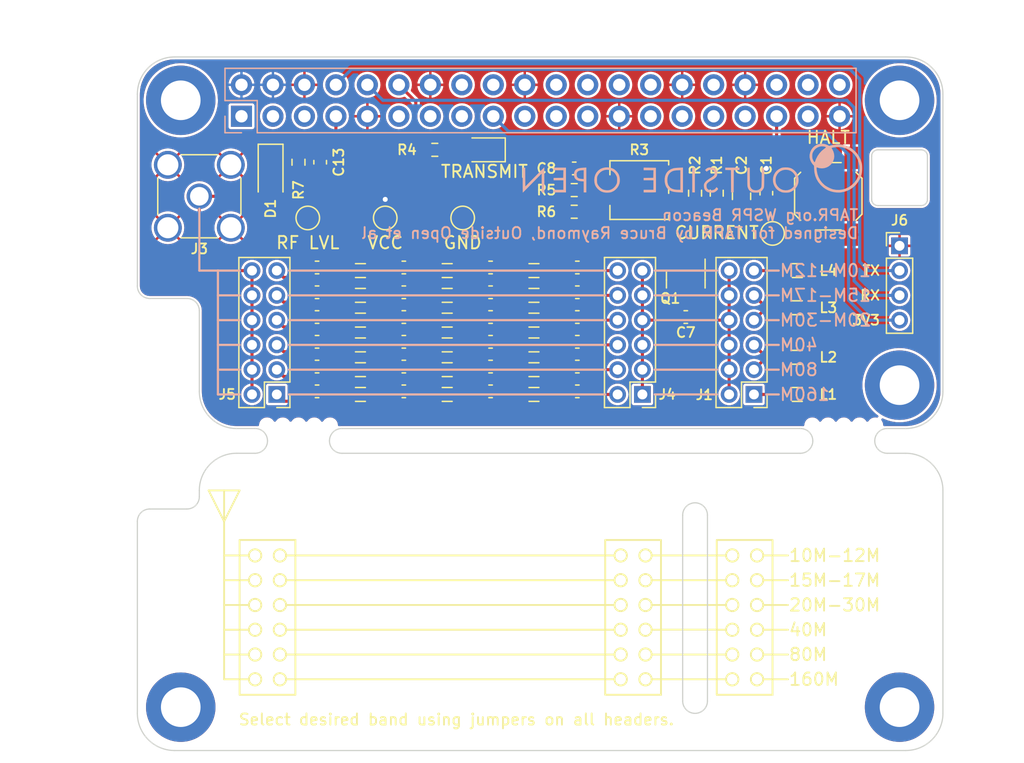
<source format=kicad_pcb>
(kicad_pcb (version 20211014) (generator pcbnew)
  (layers (0 "F.Cu" signal) (31 "B.Cu" signal) (34 "B.Paste" user) (35 "F.Paste" user) (36 "B.SilkS" user "B.Silkscreen") (37 "F.SilkS" user "F.Silkscreen") (38 "B.Mask" user) (39 "F.Mask" user) (44 "Edge.Cuts" user))
  (net 0 "")
  (net 1 "GND")
  (net 2 "VCC")
  (net 3 "Net-(C5-Pad1)")
  (net 4 "Net-(C6-Pad1)")
  (net 5 "Net-(C7-Pad1)")
  (net 6 "Net-(C8-Pad1)")
  (net 7 "Net-(C8-Pad2)")
  (net 8 "Net-(D1-Pad2)")
  (net 9 "Net-(J1-Pad1)")
  (net 12 "Net-(C3-Pad1)")
  (net 13 "/3.3v")
  (net 14 "/TX")
  (net 26 "Net-(C4-Pad1)")
  (net 34 "Net-(C7-Pad2)")
  (net 39 "Net-(L1-Pad1)")
  (net 40 "Net-(LED1-Pad2)")
  (net 41 "Net-(C9-Pad1)")
  (net 42 "Net-(C10-Pad1)")
  (net 43 "Net-(C11-Pad1)")
  (net 44 "Net-(C12-Pad1)")
  (net 45 "Net-(C13-Pad1)")
  (net 46 "Net-(C14-Pad1)")
  (net 47 "Net-(C15-Pad1)")
  (net 48 "Net-(C16-Pad1)")
  (net 49 "Net-(C17-Pad1)")
  (net 50 "Net-(C18-Pad1)")
  (net 51 "Net-(C19-Pad1)")
  (net 52 "Net-(C20-Pad1)")
  (net 53 "Net-(C21-Pad1)")
  (net 54 "Net-(C22-Pad1)")
  (net 55 "Net-(C23-Pad1)")
  (net 56 "Net-(C24-Pad1)")
  (net 57 "Net-(C25-Pad1)")
  (net 58 "Net-(C26-Pad1)")
  (net 59 "Net-(C27-Pad1)")
  (net 60 "Net-(C28-Pad1)")
  (net 61 "Net-(C29-Pad1)")
  (net 62 "Net-(D1-Pad1)")
  (net 63 "Net-(J1-Pad3)")
  (net 64 "Net-(J1-Pad7)")
  (net 65 "/RX")
  (net 66 "Net-(J2-Pad35)")
  (net 67 "Net-(J2-Pad12)")
  (net 68 "Net-(R2-Pad1)")
  (net 69 "Net-(R3-Pad2)")
  (net 70 "Net-(Q1-Pad1)")
  (net 71 "Net-(J1-Pad11)")
  (footprint "Connector_PinHeader_2.00mm:PinHeader_2x06_P2.00mm_Vertical" (layer "F.Cu") (at 99.750001 77.25 180)
    (fp_text reference "J1")
    (fp_text value "Conn_02x06_Odd_Even")
  )
  (footprint "MountingHole:MountingHole_3.2mm_M3_DIN965_Pad" (layer "F.Cu") (at 111.5 76.5)
    (fp_text reference "H3" hide)
    (fp_text value "MountingHole")
  )
  (footprint "Capacitor_SMD:C_0603_1608Metric" (layer "F.Cu") (at 78.5 69.000001 180)
    (fp_text reference "C23")
    (fp_text value "270nF")
  )
  (footprint "Capacitor_SMD:C_0603_1608Metric" (layer "F.Cu") (at 85.5 77 180)
    (fp_text reference "C3")
    (fp_text value "1.5nF")
  )
  (footprint "Inductor_SMD:L_0805_2012Metric" (layer "F.Cu") (at 75 73.25 180)
    (fp_text reference "L12")
    (fp_text value "1.5uH")
  )
  (footprint "Resistor_SMD:R_0603_1608Metric" (layer "F.Cu") (at 95 61 90)
    (fp_text reference "R2")
    (fp_text value "3.9k")
  )
  (footprint "Inductor_SMD:L_0805_2012Metric" (layer "F.Cu") (at 75 77.25 180)
    (fp_text reference "L6")
    (fp_text value "5.6uH")
  )
  (footprint "Capacitor_SMD:C_0603_1608Metric" (layer "F.Cu") (at 100.75 61 -90)
    (fp_text reference "C1")
    (fp_text value "100nF")
  )
  (footprint "Inductor_SMD:L_0805_2012Metric" (layer "F.Cu") (at 68 71.25 180)
    (fp_text reference "L16")
    (fp_text value "1uH")
  )
  (footprint "Connector_PinHeader_2.00mm:PinHeader_1x04_P2.00mm_Vertical" (layer "F.Cu") (at 111.5 65.25)
    (fp_text reference "J6")
    (fp_text value "SERIAL")
  )
  (footprint "MountingHole:mousebites" (layer "F.Cu") (at 107 80)
    (fp_text reference "H6")
    (fp_text value "MountingHole" hide)
  )
  (footprint "Capacitor_SMD:C_0603_1608Metric" (layer "F.Cu") (at 94.25 71 180)
    (fp_text reference "C7")
    (fp_text value "100nF")
  )
  (footprint "Inductor_SMD:L_0805_2012Metric" (layer "F.Cu") (at 68 75.25 180)
    (fp_text reference "L10")
    (fp_text value "2.2uH")
  )
  (footprint "MountingHole:mousebites" (layer "F.Cu") (at 63 80)
    (fp_text reference "H7")
    (fp_text value "MountingHole" hide)
  )
  (footprint "Capacitor_SMD:C_0603_1608Metric" (layer "F.Cu") (at 85.5 73 180)
    (fp_text reference "C14")
    (fp_text value "470pF")
  )
  (footprint "Resistor_SMD:R_0603_1608Metric" (layer "F.Cu") (at 85.25 62.5)
    (fp_text reference "R6")
    (fp_text value "47")
  )
  (footprint "Inductor_SMD:L_0805_2012Metric" (layer "F.Cu") (at 82 71.25 180)
    (fp_text reference "L14")
    (fp_text value "1uH")
  )
  (footprint "Capacitor_SMD:C_0603_1608Metric" (layer "F.Cu") (at 71.5 71.000001 180)
    (fp_text reference "C20")
    (fp_text value "330pF")
  )
  (footprint "Capacitor_SMD:C_0603_1608Metric" (layer "F.Cu") (at 78.5 67 180)
    (fp_text reference "C27")
    (fp_text value "220pF")
  )
  (footprint "Capacitor_SMD:C_0603_1608Metric" (layer "F.Cu") (at 64.500001 69 180)
    (fp_text reference "C25")
    (fp_text value "150pF")
  )
  (footprint "TestPoint:TestPoint_Pad_D1.5mm" (layer "F.Cu") (at 101.25 64.25)
    (fp_text reference "TP2" hide)
    (fp_text value "TestPoint")
  )
  (footprint "Connector_Coaxial:SMA_Amphenol_901-144_Vertical" (layer "F.Cu") (at 55 61.25 -90)
    (fp_text reference "J3")
    (fp_text value "Conn_01x02")
  )
  (footprint "Inductor_SMD:L_0805_2012Metric" (layer "F.Cu") (at 75 67.25 180)
    (fp_text reference "L21")
    (fp_text value "390nH")
  )
  (footprint "Capacitor_SMD:C_0603_1608Metric" (layer "F.Cu") (at 85.5 66.999999 180)
    (fp_text reference "C26")
    (fp_text value "120pF")
  )
  (footprint "MountingHole:MountingHole_3.2mm_M3_DIN965_Pad" (layer "F.Cu") (at 111.5 53.5)
    (fp_text reference "H2" hide)
    (fp_text value "MountingHole")
  )
  (footprint "Capacitor_SMD:C_0603_1608Metric" (layer "F.Cu") (at 85.5 75 180)
    (fp_text reference "C9")
    (fp_text value "1nF")
  )
  (footprint "Inductor_SMD:L_0805_2012Metric" (layer "F.Cu") (at 68 77.25 180)
    (fp_text reference "L7")
    (fp_text value "5.6uH")
  )
  (footprint "TestPoint:TestPoint_Pad_D1.5mm" (layer "F.Cu") (at 70 63)
    (fp_text reference "TP1" hide)
    (fp_text value "TestPoint")
  )
  (footprint "Resistor_SMD:R_0603_1608Metric" (layer "F.Cu") (at 96.75 61 -90)
    (fp_text reference "R1")
    (fp_text value "1")
  )
  (footprint "MountingHole:MountingHole_3.2mm_M3_DIN965_Pad" (layer "F.Cu") (at 53.5 53.5)
    (fp_text reference "H1" hide)
    (fp_text value "MountingHole")
  )
  (footprint "Capacitor_SMD:C_0603_1608Metric" (layer "F.Cu") (at 71.500001 67 180)
    (fp_text reference "C28")
    (fp_text value "220pF")
  )
  (footprint "Inductor_SMD:L_0805_2012Metric" (layer "F.Cu") (at 75 69.25 180)
    (fp_text reference "L18")
    (fp_text value "470nH")
  )
  (footprint "Inductor_SMD:L_0805_2012Metric" (layer "F.Cu") (at 82 67.25 180)
    (fp_text reference "L20")
    (fp_text value "390nH")
  )
  (footprint "Inductor_SMD:L_0805_2012Metric" (layer "F.Cu") (at 103.249999 77.25 180)
    (fp_text reference "L1")
    (fp_text value "15uH")
  )
  (footprint "Connector_PinHeader_2.00mm:PinHeader_2x06_P2.00mm_Vertical" (layer "F.Cu") (at 90.750001 77.25 180)
    (fp_text reference "J4")
    (fp_text value "Conn_02x06_Odd_Even")
  )
  (footprint "Capacitor_SMD:C_0603_1608Metric" (layer "F.Cu") (at 78.5 77 180)
    (fp_text reference "C4")
    (fp_text value "3.3nF")
  )
  (footprint "Capacitor_SMD:C_0603_1608Metric" (layer "F.Cu") (at 64.75 58.5 90)
    (fp_text reference "C13")
    (fp_text value "100nF")
  )
  (footprint "Package_TO_SOT_SMD:SOT-23" (layer "F.Cu") (at 94.25 68 -90)
    (fp_text reference "Q1")
    (fp_text value "MMBF170")
  )
  (footprint "Inductor_SMD:L_0805_2012Metric" (layer "F.Cu") (at 82 75.25 180)
    (fp_text reference "L8")
    (fp_text value "2.2uH")
  )
  (footprint "Inductor_SMD:L_0805_2012Metric" (layer "F.Cu") (at 82 73.25 180)
    (fp_text reference "L11")
    (fp_text value "1.5uH")
  )
  (footprint "MountingHole:MountingHole_3.2mm_M3_DIN965_Pad" (layer "F.Cu") (at 53.5 102.5)
    (fp_text reference "H5" hide)
    (fp_text value "MountingHole")
  )
  (footprint "Inductor_SMD:L_0805_2012Metric" (layer "F.Cu") (at 68 73.25 180)
    (fp_text reference "L13")
    (fp_text value "1.5uH")
  )
  (footprint "Inductor_SMD:L_0805_2012Metric" (layer "F.Cu") (at 82 77.25 180)
    (fp_text reference "L5")
    (fp_text value "5.6uH")
  )
  (footprint "Capacitor_SMD:C_0603_1608Metric" (layer "F.Cu") (at 64.5 77 180)
    (fp_text reference "C6")
    (fp_text value "1.5nF")
  )
  (footprint "Capacitor_SMD:C_0603_1608Metric" (layer "F.Cu") (at 71.5 75 180)
    (fp_text reference "C11")
    (fp_text value "2nF")
  )
  (footprint "TestPoint:TestPoint_Pad_D1.5mm" (layer "F.Cu") (at 76.25 63)
    (fp_text reference "TP4" hide)
    (fp_text value "TestPoint")
  )
  (footprint "Capacitor_SMD:C_0603_1608Metric" (layer "F.Cu") (at 71.5 77 180)
    (fp_text reference "C5")
    (fp_text value "3.3nF")
  )
  (footprint "MountingHole:MountingHole_3.2mm_M3_DIN965_Pad" (layer "F.Cu") (at 111.5 102.5)
    (fp_text reference "H4" hide)
    (fp_text value "MountingHole")
  )
  (footprint "Diode_SMD:D_SOD-123F" (layer "F.Cu") (at 60.75 59.25 -90)
    (fp_text reference "D1")
    (fp_text value "1N4148")
  )
  (footprint "Capacitor_SMD:C_0603_1608Metric" (layer "F.Cu") (at 64.5 67 180)
    (fp_text reference "C29")
    (fp_text value "120pF")
  )
  (footprint "Capacitor_SMD:C_0603_1608Metric" (layer "F.Cu") (at 85.25 59 180)
    (fp_text reference "C8")
    (fp_text value "100nF")
  )
  (footprint "Inductor_SMD:L_0805_2012Metric" (layer "F.Cu") (at 68 67.25 180)
    (fp_text reference "L22")
    (fp_text value "390nH")
  )
  (footprint "Resistor_SMD:R_0603_1608Metric" (layer "F.Cu") (at 63 58.5 -90)
    (fp_text reference "R7")
    (fp_text value "2K")
  )
  (footprint "Potentiometer_SMD:Potentiometer_Bourns_3314J_Vertical" (layer "F.Cu") (at 90.5 60.75 -90)
    (fp_text reference "R3")
    (fp_text value "10k")
  )
  (footprint "Inductor_SMD:L_0805_2012Metric" (layer "F.Cu") (at 82 69.25 180)
    (fp_text reference "L17")
    (fp_text value "470nH")
  )
  (footprint "Capacitor_SMD:C_0603_1608Metric" (layer "F.Cu") (at 64.5 75 180)
    (fp_text reference "C12")
    (fp_text value "1nF")
  )
  (footprint "TestPoint:TestPoint_Pad_D1.5mm" (layer "F.Cu") (at 63.75 63 -90)
    (fp_text reference "TP3" hide)
    (fp_text value "TestPoint")
  )
  (footprint "Inductor_SMD:L_0805_2012Metric" (layer "F.Cu") (at 103.25 67.25 180)
    (fp_text reference "L4")
    (fp_text value "2.7uH")
  )
  (footprint "Capacitor_SMD:C_0603_1608Metric" (layer "F.Cu") (at 64.5 71 180)
    (fp_text reference "C21")
    (fp_text value "150pF")
  )
  (footprint "Inductor_SMD:L_0805_2012Metric" (layer "F.Cu") (at 75 75.25 180)
    (fp_text reference "L9")
    (fp_text value "2.2uH")
  )
  (footprint "LED_SMD:LED_0805_2012Metric" (layer "F.Cu") (at 78 57.5 180)
    (fp_text reference "LED1" hide)
    (fp_text value "LED_Small")
  )
  (footprint "Capacitor_SMD:C_0603_1608Metric" (layer "F.Cu") (at 78.5 75 180)
    (fp_text reference "C10")
    (fp_text value "2nF")
  )
  (footprint "Resistor_SMD:R_0603_1608Metric" (layer "F.Cu") (at 85.25 60.75 180)
    (fp_text reference "R5")
    (fp_text value "10k")
  )
  (footprint "Capacitor_SMD:C_0603_1608Metric" (layer "F.Cu") (at 85.5 69 180)
    (fp_text reference "C22")
    (fp_text value "150pF")
  )
  (footprint "Inductor_SMD:L_0805_2012Metric" (layer "F.Cu") (at 103.25 74.25 180)
    (fp_text reference "L2")
    (fp_text value "10uH")
  )
  (footprint "Resistor_SMD:R_0603_1608Metric" (layer "F.Cu") (at 74 57.5 180)
    (fp_text reference "R4")
    (fp_text value "270")
  )
  (footprint "Capacitor_SMD:C_0603_1608Metric" (layer "F.Cu") (at 64.5 73 180)
    (fp_text reference "C17")
    (fp_text value "470pF")
  )
  (footprint "Capacitor_SMD:C_0805_2012Metric" (layer "F.Cu") (at 98.75 61.25 -90)
    (fp_text reference "C2")
    (fp_text value "47uF")
  )
  (footprint "Capacitor_SMD:C_0603_1608Metric" (layer "F.Cu") (at 85.5 71.000001 180)
    (fp_text reference "C18")
    (fp_text value "150pF")
  )
  (footprint "Button_Switch_SMD:SW_SPST_SKQG_WithoutStem" (layer "F.Cu") (at 105.75 61.25 90)
    (fp_text reference "SW1" hide)
    (fp_text value "SW_SPST")
  )
  (footprint "Inductor_SMD:L_0805_2012Metric" (layer "F.Cu") (at 103.25 70.25 180)
    (fp_text reference "L3")
    (fp_text value "5.6uH")
  )
  (footprint "Inductor_SMD:L_0805_2012Metric" (layer "F.Cu") (at 75 71.25 180)
    (fp_text reference "L15")
    (fp_text value "1uH")
  )
  (footprint "Capacitor_SMD:C_0603_1608Metric" (layer "F.Cu") (at 71.5 69 180)
    (fp_text reference "C24")
    (fp_text value "270nF")
  )
  (footprint "Capacitor_SMD:C_0603_1608Metric" (layer "F.Cu") (at 78.5 71 180)
    (fp_text reference "C19")
    (fp_text value "330pF")
  )
  (footprint "Connector_PinHeader_2.00mm:PinHeader_2x06_P2.00mm_Vertical" (layer "F.Cu") (at 61.250001 77.25 180)
    (fp_text reference "J5")
    (fp_text value "Conn_02x06_Odd_Even")
  )
  (footprint "Capacitor_SMD:C_0603_1608Metric" (layer "F.Cu") (at 78.5 73 180)
    (fp_text reference "C15")
    (fp_text value "1nF")
  )
  (footprint "Inductor_SMD:L_0805_2012Metric" (layer "F.Cu") (at 68 69.25 180)
    (fp_text reference "L19")
    (fp_text value "470nH")
  )
  (footprint "Capacitor_SMD:C_0603_1608Metric" (layer "F.Cu") (at 71.5 73 180)
    (fp_text reference "C16")
    (fp_text value "1nF")
  )
  (footprint "LOGO" (layer "B.Cu") (at 94.75 59 180)
    (fp_text reference "G***" hide)
    (fp_text value "LOGO" hide)
  )
  (footprint "Connector_PinSocket_2.54mm:PinSocket_2x20_P2.54mm_Vertical" (layer "B.Cu") (at 58.4 54.79 -90)
    (fp_text reference "J2")
    (fp_text value "Conn_02x20_Odd_Even")
  )
  (gr_line (start 96.75 69.25) (end 91.75 69.25) (layer "B.SilkS") (width 0.18))
  (gr_line (start 100.75 71.25) (end 101.75 71.25) (layer "B.SilkS") (width 0.18))
  (gr_line (start 100.75 73.25) (end 101.75 73.25) (layer "B.SilkS") (width 0.18))
  (gr_line (start 55 62.25) (end 55 67.25) (layer "B.SilkS") (width 0.18))
  (gr_line (start 100.75 75.25) (end 101.75 75.25) (layer "B.SilkS") (width 0.18))
  (gr_line (start 62.25 71.25) (end 87.75 71.25) (layer "B.SilkS") (width 0.18))
  (gr_line (start 62.25 67.25) (end 87.75 67.25) (layer "B.SilkS") (width 0.18))
  (gr_line (start 62.25 69.25) (end 87.75 69.25) (layer "B.SilkS") (width 0.18))
  (gr_line (start 100.75 67.25) (end 101.75 67.25) (layer "B.SilkS") (width 0.18))
  (gr_line (start 96.75 67.25) (end 91.75 67.25) (layer "B.SilkS") (width 0.18))
  (gr_line (start 56.5 75.25) (end 58.25 75.25) (layer "B.SilkS") (width 0.18))
  (gr_line (start 55 67.25) (end 56.5 67.25) (layer "B.SilkS") (width 0.18))
  (gr_line (start 96.75 73.25) (end 91.75 73.25) (layer "B.SilkS") (width 0.18))
  (gr_line (start 96.75 75.25) (end 91.75 75.25) (layer "B.SilkS") (width 0.18))
  (gr_line (start 62.25 77.25) (end 87.75 77.25) (layer "B.SilkS") (width 0.18))
  (gr_line (start 56.5 67.25) (end 58.25 67.25) (layer "B.SilkS") (width 0.18))
  (gr_line (start 62.25 75.25) (end 87.75 75.25) (layer "B.SilkS") (width 0.18))
  (gr_line (start 96.75 71.25) (end 91.75 71.25) (layer "B.SilkS") (width 0.18))
  (gr_line (start 56.5 69.25) (end 58.25 69.25) (layer "B.SilkS") (width 0.18))
  (gr_line (start 62.25 73.25) (end 87.75 73.25) (layer "B.SilkS") (width 0.18))
  (gr_line (start 100.75 69.25) (end 101.75 69.25) (layer "B.SilkS") (width 0.18))
  (gr_line (start 96.75 77.25) (end 91.75 77.25) (layer "B.SilkS") (width 0.18))
  (gr_line (start 56.5 73.25) (end 58.25 73.25) (layer "B.SilkS") (width 0.18))
  (gr_line (start 100.75 77.25) (end 101.75 77.25) (layer "B.SilkS") (width 0.18))
  (gr_line (start 56.5 67.25) (end 56.5 77.25) (layer "B.SilkS") (width 0.18))
  (gr_line (start 56.5 77.25) (end 58.25 77.25) (layer "B.SilkS") (width 0.18))
  (gr_line (start 56.5 71.25) (end 58.25 71.25) (layer "B.SilkS") (width 0.18))
  (gr_line (start 62 98.25) (end 62.75 98.25) (layer "F.SilkS") (width 0.15))
  (gr_circle (center 89 94.25) (end 88.5 94.250001) (layer "F.SilkS") (width 0.15) (fill none))
  (gr_circle (center 100 96.25) (end 99.5 96.25) (layer "F.SilkS") (width 0.15) (fill none))
  (gr_circle (center 98 92.250001) (end 97.5 92.25) (layer "F.SilkS") (width 0.15) (fill none))
  (gr_line (start 92.25 98.25) (end 96.75 98.25) (layer "F.SilkS") (width 0.15))
  (gr_poly (pts (xy 92.25 101.5) (xy 87.75 101.5) (xy 87.75 89) (xy 92.250001 89)) (layer "F.SilkS") (width 0.15) (fill none))
  (gr_circle (center 89 92.250001) (end 88.5 92.25) (layer "F.SilkS") (width 0.15) (fill none))
  (gr_circle (center 89 90.25) (end 88.500001 90.25) (layer "F.SilkS") (width 0.15) (fill none))
  (gr_line (start 88.5 92.25) (end 87.75 92.25) (layer "F.SilkS") (width 0.15))
  (gr_circle (center 100 94.250001) (end 99.5 94.25) (layer "F.SilkS") (width 0.15) (fill none))
  (gr_line (start 97.5 92.25) (end 96.75 92.25) (layer "F.SilkS") (width 0.15))
  (gr_line (start 55.75 85) (end 57 87.5) (layer "F.SilkS") (width 0.15))
  (gr_line (start 97.500001 94.25) (end 96.75 94.250001) (layer "F.SilkS") (width 0.15))
  (gr_line (start 62 94.25) (end 62.75 94.25) (layer "F.SilkS") (width 0.15))
  (gr_line (start 91.5 94.25) (end 92.25 94.25) (layer "F.SilkS") (width 0.15))
  (gr_line (start 62.75 90.25) (end 87.750001 90.25) (layer "F.SilkS") (width 0.15))
  (gr_line (start 91.5 90.25) (end 92.25 90.25) (layer "F.SilkS") (width 0.15))
  (gr_circle (center 100 92.25) (end 99.5 92.25) (layer "F.SilkS") (width 0.15) (fill none))
  (gr_line (start 100.5 100.25) (end 101.25 100.25) (layer "F.SilkS") (width 0.15))
  (gr_circle (center 89 98.25) (end 88.5 98.25) (layer "F.SilkS") (width 0.15) (fill none))
  (gr_circle (center 61.5 100.25) (end 61 100.25) (layer "F.SilkS") (width 0.15) (fill none))
  (gr_line (start 62.75 96.25) (end 87.75 96.25) (layer "F.SilkS") (width 0.15))
  (gr_line (start 62 90.25) (end 62.75 90.25) (layer "F.SilkS") (width 0.15))
  (gr_line (start 100.5 98.25) (end 101.25 98.25) (layer "F.SilkS") (width 0.15))
  (gr_line (start 59 94.250001) (end 58.25 94.250001) (layer "F.SilkS") (width 0.15))
  (gr_circle (center 98 94.25) (end 97.500001 94.25) (layer "F.SilkS") (width 0.15) (fill none))
  (gr_line (start 62.75 92.250001) (end 87.75 92.25) (layer "F.SilkS") (width 0.15))
  (gr_line (start 92.25 92.250001) (end 96.75 92.25) (layer "F.SilkS") (width 0.15))
  (gr_line (start 62.75 100.25) (end 87.75 100.25) (layer "F.SilkS") (width 0.15))
  (gr_circle (center 100 100.25) (end 99.5 100.25) (layer "F.SilkS") (width 0.15) (fill none))
  (gr_line (start 61.999999 92.25) (end 62.75 92.250001) (layer "F.SilkS") (width 0.15))
  (gr_circle (center 98 98.25) (end 97.5 98.25) (layer "F.SilkS") (width 0.15) (fill none))
  (gr_circle (center 59.5 98.25) (end 59 98.25) (layer "F.SilkS") (width 0.15) (fill none))
  (gr_circle (center 89 96.25) (end 88.5 96.25) (layer "F.SilkS") (width 0.15) (fill none))
  (gr_circle (center 91.000001 90.25) (end 90.5 90.25) (layer "F.SilkS") (width 0.15) (fill none))
  (gr_line (start 102.5 98.25) (end 101.25 98.25) (layer "F.SilkS") (width 0.15))
  (gr_circle (center 100 98.25) (end 99.5 98.25) (layer "F.SilkS") (width 0.15) (fill none))
  (gr_line (start 58.25 98.25) (end 57 98.25) (layer "F.SilkS") (width 0.15))
  (gr_circle (center 91 94.250001) (end 90.5 94.25) (layer "F.SilkS") (width 0.15) (fill none))
  (gr_circle (center 91 96.25) (end 90.5 96.25) (layer "F.SilkS") (width 0.15) (fill none))
  (gr_circle (center 89 100.25) (end 88.5 100.25) (layer "F.SilkS") (width 0.15) (fill none))
  (gr_line (start 97.5 100.25) (end 96.75 100.25) (layer "F.SilkS") (width 0.15))
  (gr_line (start 91.5 92.250001) (end 92.25 92.250001) (layer "F.SilkS") (width 0.15))
  (gr_line (start 88.5 94.250001) (end 87.75 94.250001) (layer "F.SilkS") (width 0.15))
  (gr_line (start 57 87.5) (end 58.25 85) (layer "F.SilkS") (width 0.15))
  (gr_line (start 57 87.5) (end 57 85) (layer "F.SilkS") (width 0.15))
  (gr_line (start 58.25 100.25) (end 57 100.25) (layer "F.SilkS") (width 0.15))
  (gr_line (start 100.5 90.25) (end 101.25 90.25) (layer "F.SilkS") (width 0.15))
  (gr_line (start 88.5 96.25) (end 87.75 96.25) (layer "F.SilkS") (width 0.15))
  (gr_line (start 97.500001 90.25) (end 96.750001 90.25) (layer "F.SilkS") (width 0.15))
  (gr_line (start 59 98.25) (end 58.25 98.25) (layer "F.SilkS") (width 0.15))
  (gr_line (start 100.5 94.25) (end 101.25 94.25) (layer "F.SilkS") (width 0.15))
  (gr_line (start 100.5 96.25) (end 101.25 96.25) (layer "F.SilkS") (width 0.15))
  (gr_line (start 102.5 92.25) (end 101.250001 92.25) (layer "F.SilkS") (width 0.15))
  (gr_circle (center 91 100.25) (end 90.5 100.25) (layer "F.SilkS") (width 0.15) (fill none))
  (gr_line (start 91.5 100.25) (end 92.25 100.25) (layer "F.SilkS") (width 0.15))
  (gr_line (start 92.25 94.25) (end 96.75 94.250001) (layer "F.SilkS") (width 0.15))
  (gr_line (start 58.25 96.25) (end 57 96.25) (layer "F.SilkS") (width 0.15))
  (gr_line (start 91.5 96.25) (end 92.25 96.25) (layer "F.SilkS") (width 0.15))
  (gr_line (start 58.249999 90.25) (end 57 90.25) (layer "F.SilkS") (width 0.15))
  (gr_circle (center 100.000001 90.25) (end 99.5 90.25) (layer "F.SilkS") (width 0.15) (fill none))
  (gr_circle (center 98 96.25) (end 97.5 96.25) (layer "F.SilkS") (width 0.15) (fill none))
  (gr_line (start 92.25 100.25) (end 96.75 100.25) (layer "F.SilkS") (width 0.15))
  (gr_line (start 97.5 96.25) (end 96.75 96.25) (layer "F.SilkS") (width 0.15))
  (gr_circle (center 91 98.25) (end 90.5 98.25) (layer "F.SilkS") (width 0.15) (fill none))
  (gr_circle (center 59.5 92.250001) (end 59 92.25) (layer "F.SilkS") (width 0.15) (fill none))
  (gr_line (start 62 96.25) (end 62.75 96.25) (layer "F.SilkS") (width 0.15))
  (gr_circle (center 98 100.25) (end 97.5 100.25) (layer "F.SilkS") (width 0.15) (fill none))
  (gr_circle (center 59.5 96.25) (end 59 96.25) (layer "F.SilkS") (width 0.15) (fill none))
  (gr_line (start 102.5 100.25) (end 101.25 100.25) (layer "F.SilkS") (width 0.15))
  (gr_line (start 102.5 94.250001) (end 101.25 94.25) (layer "F.SilkS") (width 0.15))
  (gr_line (start 92.25 96.240001) (end 96.75 96.24) (layer "F.SilkS") (width 0.15))
  (gr_circle (center 59.5 90.25) (end 59.000001 90.25) (layer "F.SilkS") (width 0.15) (fill none))
  (gr_circle (center 61.500001 90.25) (end 61 90.25) (layer "F.SilkS") (width 0.15) (fill none))
  (gr_line (start 59 92.25) (end 58.25 92.25) (layer "F.SilkS") (width 0.15))
  (gr_circle (center 59.5 100.25) (end 59 100.25) (layer "F.SilkS") (width 0.15) (fill none))
  (gr_line (start 91.5 98.25) (end 92.25 98.25) (layer "F.SilkS") (width 0.15))
  (gr_poly (pts (xy 62.75 101.5) (xy 58.25 101.5) (xy 58.25 89) (xy 62.75 89.000001)) (layer "F.SilkS") (width 0.15) (fill none))
  (gr_line (start 100.5 92.250001) (end 101.250001 92.25) (layer "F.SilkS") (width 0.15))
  (gr_line (start 102.500001 90.25) (end 101.25 90.25) (layer "F.SilkS") (width 0.15))
  (gr_line (start 58.25 85) (end 55.75 85) (layer "F.SilkS") (width 0.15))
  (gr_line (start 59 96.25) (end 58.25 96.25) (layer "F.SilkS") (width 0.15))
  (gr_line (start 88.5 100.25) (end 87.75 100.25) (layer "F.SilkS") (width 0.15))
  (gr_line (start 59.000001 90.25) (end 58.249999 90.25) (layer "F.SilkS") (width 0.15))
  (gr_line (start 102.5 96.25) (end 101.25 96.25) (layer "F.SilkS") (width 0.15))
  (gr_circle (center 61.5 98.25) (end 61 98.25) (layer "F.SilkS") (width 0.15) (fill none))
  (gr_poly (pts (xy 101.25 101.5) (xy 96.75 101.5) (xy 96.75 89) (xy 101.250001 89)) (layer "F.SilkS") (width 0.15) (fill none))
  (gr_circle (center 61.5 96.25) (end 61 96.25) (layer "F.SilkS") (width 0.15) (fill none))
  (gr_line (start 62 100.25) (end 62.75 100.25) (layer "F.SilkS") (width 0.15))
  (gr_line (start 97.5 98.25) (end 96.75 98.25) (layer "F.SilkS") (width 0.15))
  (gr_line (start 88.5 98.25) (end 87.75 98.25) (layer "F.SilkS") (width 0.15))
  (gr_line (start 59 100.25) (end 58.25 100.25) (layer "F.SilkS") (width 0.15))
  (gr_circle (center 59.5 94.25) (end 59 94.250001) (layer "F.SilkS") (width 0.15) (fill none))
  (gr_circle (center 98 90.25) (end 97.500001 90.25) (layer "F.SilkS") (width 0.15) (fill none))
  (gr_line (start 62.75 94.25) (end 87.75 94.250001) (layer "F.SilkS") (width 0.15))
  (gr_circle (center 91 92.25) (end 90.5 92.25) (layer "F.SilkS") (width 0.15) (fill none))
  (gr_line (start 88.500001 90.25) (end 87.750001 90.25) (layer "F.SilkS") (width 0.15))
  (gr_line (start 92.25 90.25) (end 96.750001 90.25) (layer "F.SilkS") (width 0.15))
  (gr_line (start 62.75 98.25) (end 87.75 98.25) (layer "F.SilkS") (width 0.15))
  (gr_circle (center 61.5 92.25) (end 61.000001 92.25) (layer "F.SilkS") (width 0.15) (fill none))
  (gr_line (start 58.25 92.25) (end 57 92.250001) (layer "F.SilkS") (width 0.15))
  (gr_line (start 58.25 94.250001) (end 57 94.25) (layer "F.SilkS") (width 0.15))
  (gr_circle (center 61.5 94.250001) (end 61 94.25) (layer "F.SilkS") (width 0.15) (fill none))
  (gr_line (start 57 87.5) (end 57 100.25) (layer "F.SilkS") (width 0.15))
  (gr_line (start 103.499999 80.000001) (end 66.500001 80.000001) (layer "Edge.Cuts") (width 0.1))
  (gr_line (start 94 87) (end 94 102) (layer "Edge.Cuts") (width 0.1))
  (gr_line (start 55 85.5) (end 54.999999 84.999999) (layer "Edge.Cuts") (width 0.1))
  (gr_arc (start 65.500001 81.000001) (mid 65.792894 80.292894) (end 66.500001 80.000001) (layer "Edge.Cuts") (width 0.1))
  (gr_line (start 66.500001 82.000001) (end 103.499999 82.000001) (layer "Edge.Cuts") (width 0.1))
  (gr_arc (start 115 77) (mid 114.12132 79.12132) (end 112 80) (layer "Edge.Cuts") (width 0.1))
  (gr_line (start 110.5 82) (end 112 82) (layer "Edge.Cuts") (width 0.1))
  (gr_line (start 109.75 57.5) (end 113.25 57.500001) (layer "Edge.Cuts") (width 0.1))
  (gr_arc (start 51 69.5) (mid 50.292893 69.207107) (end 50 68.5) (layer "Edge.Cuts") (width 0.1))
  (gr_arc (start 112 50) (mid 114.12132 50.87868) (end 115 53) (layer "Edge.Cuts") (width 0.1))
  (gr_arc (start 113.749999 61.5) (mid 113.603552 61.853552) (end 113.25 61.999999) (layer "Edge.Cuts") (width 0.1))
  (gr_line (start 57.999999 82.000002) (end 59.499999 82.000001) (layer "Edge.Cuts") (width 0.1))
  (gr_line (start 59.499999 80.000001) (end 57.999999 80.000001) (layer "Edge.Cuts") (width 0.1))
  (gr_arc (start 55 85.5) (mid 54.707107 86.207107) (end 54 86.5) (layer "Edge.Cuts") (width 0.1))
  (gr_arc (start 66.500001 82.000001) (mid 65.792894 81.707108) (end 65.500001 81.000001) (layer "Edge.Cuts") (width 0.1))
  (gr_line (start 112 50) (end 53 50) (layer "Edge.Cuts") (width 0.1))
  (gr_line (start 109.250001 61.5) (end 109.25 58) (layer "Edge.Cuts") (width 0.1))
  (gr_arc (start 115 102.999999) (mid 114.12132 105.121319) (end 112 105.999998) (layer "Edge.Cuts") (width 0.1))
  (gr_arc (start 110.5 82) (mid 109.792893 81.707107) (end 109.5 81) (layer "Edge.Cuts") (width 0.1))
  (gr_line (start 50 87.5) (end 50 103) (layer "Edge.Cuts") (width 0.1))
  (gr_line (start 115 102.999999) (end 115 85) (layer "Edge.Cuts") (width 0.1))
  (gr_arc (start 113.25 57.500001) (mid 113.603552 57.646448) (end 113.749999 58) (layer "Edge.Cuts") (width 0.1))
  (gr_line (start 51 86.5) (end 54 86.5) (layer "Edge.Cuts") (width 0.1))
  (gr_arc (start 94 87) (mid 95 86) (end 96 87) (layer "Edge.Cuts") (width 0.1))
  (gr_line (start 54.999999 77.000001) (end 55 70.5) (layer "Edge.Cuts") (width 0.1))
  (gr_line (start 52.999999 105.999999) (end 112 105.999998) (layer "Edge.Cuts") (width 0.1))
  (gr_arc (start 96 102) (mid 95 103) (end 94 102) (layer "Edge.Cuts") (width 0.1))
  (gr_arc (start 109.75 61.999999) (mid 109.396448 61.853552) (end 109.250001 61.5) (layer "Edge.Cuts") (width 0.1))
  (gr_arc (start 57.999999 80.000001) (mid 55.878679 79.121321) (end 54.999999 77.000001) (layer "Edge.Cuts") (width 0.1))
  (gr_line (start 50 68.5) (end 50 53) (layer "Edge.Cuts") (width 0.1))
  (gr_arc (start 50 53) (mid 50.87868 50.87868) (end 53 50) (layer "Edge.Cuts") (width 0.1))
  (gr_line (start 112 80) (end 110.5 80) (layer "Edge.Cuts") (width 0.1))
  (gr_line (start 96 87) (end 96 102) (layer "Edge.Cuts") (width 0.1))
  (gr_line (start 51 69.5) (end 54 69.5) (layer "Edge.Cuts") (width 0.1))
  (gr_arc (start 112 82) (mid 114.12132 82.87868) (end 115 85) (layer "Edge.Cuts") (width 0.1))
  (gr_arc (start 109.5 81) (mid 109.792893 80.292893) (end 110.5 80) (layer "Edge.Cuts") (width 0.1))
  (gr_line (start 113.749999 58) (end 113.749999 61.5) (layer "Edge.Cuts") (width 0.1))
  (gr_arc (start 59.499999 80.000001) (mid 60.207106 80.292894) (end 60.499999 81.000001) (layer "Edge.Cuts") (width 0.1))
  (gr_arc (start 103.499999 80.000001) (mid 104.207106 80.292894) (end 104.499999 81.000001) (layer "Edge.Cuts") (width 0.1))
  (gr_arc (start 109.25 58) (mid 109.396447 57.646447) (end 109.75 57.5) (layer "Edge.Cuts") (width 0.1))
  (gr_arc (start 53 106) (mid 50.87868 105.12132) (end 50 103) (layer "Edge.Cuts") (width 0.1))
  (gr_arc (start 104.499999 81.000001) (mid 104.207106 81.707108) (end 103.499999 82.000001) (layer "Edge.Cuts") (width 0.1))
  (gr_arc (start 50 87.5) (mid 50.292893 86.792893) (end 51 86.5) (layer "Edge.Cuts") (width 0.1))
  (gr_line (start 113.25 61.999999) (end 109.75 61.999999) (layer "Edge.Cuts") (width 0.1))
  (gr_arc (start 54.999999 84.999999) (mid 55.878679 82.878679) (end 57.999999 81.999999) (layer "Edge.Cuts") (width 0.1))
  (gr_arc (start 60.499999 81.000001) (mid 60.207106 81.707108) (end 59.499999 82.000001) (layer "Edge.Cuts") (width 0.1))
  (gr_arc (start 54 69.5) (mid 54.707107 69.792893) (end 55 70.5) (layer "Edge.Cuts") (width 0.1))
  (gr_line (start 115 77) (end 115 53) (layer "Edge.Cuts") (width 0.1))
  (gr_text "10M-12M" (at 101.75 67.25) (layer "B.SilkS") (effects (font (size 1 1)) (justify right mirror)))
  (gr_text "TAPR.org WSPR Beacon\nDesigned for TAPR by Bruce Raymond, Outside Open et al" (at 108.25 63.5) (layer "B.SilkS") (effects (font (size 0.9 0.9)) (justify left mirror)))
  (gr_text "80M" (at 101.75 75.25) (layer "B.SilkS") (effects (font (size 1 1)) (justify right mirror)))
  (gr_text "40M" (at 101.75 73.25) (layer "B.SilkS") (effects (font (size 1 1)) (justify right mirror)))
  (gr_text "160M" (at 101.75 77.25) (layer "B.SilkS") (effects (font (size 1 1)) (justify right mirror)))
  (gr_text "20M-30M" (at 101.75 71.25) (layer "B.SilkS") (effects (font (size 1 1)) (justify right mirror)))
  (gr_text "15M-17M\n" (at 101.75 69.25) (layer "B.SilkS") (effects (font (size 1 1)) (justify right mirror)))
  (gr_text "RX" (at 110 69.25) (layer "F.SilkS") (effects (font (size 0.8 0.8)) (justify right)))
  (gr_text "RF LVL" (at 63.75 65) (layer "F.SilkS") (effects (font (size 1 1))))
  (gr_text "20M-30M" (at 102.5 94.250001) (layer "F.SilkS") (effects (font (size 1 1)) (justify left)))
  (gr_text "Select desired band using jumpers on all headers." (at 75.75 103.5) (layer "F.SilkS") (effects (font (size 0.9 0.9))))
  (gr_text "160M" (at 102.5 100.25) (layer "F.SilkS") (effects (font (size 1 1)) (justify left)))
  (gr_text "15M-17M" (at 102.5 92.25) (layer "F.SilkS") (effects (font (size 1 1)) (justify left)))
  (gr_text "HALT" (at 105.75 56.5) (layer "F.SilkS") (effects (font (size 1 1))))
  (gr_text "TX\n" (at 110 67.25) (layer "F.SilkS") (effects (font (size 0.8 0.8)) (justify right)))
  (gr_text "GND" (at 76.25 65) (layer "F.SilkS") (effects (font (size 1 1))))
  (gr_text "VCC" (at 70 65) (layer "F.SilkS") (effects (font (size 1 1))))
  (gr_text "3V3" (at 110 71.25) (layer "F.SilkS") (effects (font (size 0.8 0.8)) (justify right)))
  (gr_text "CURRENT" (at 96.75 64.19) (layer "F.SilkS") (effects (font (size 1 1))))
  (gr_text "10M-12M" (at 102.500001 90.25) (layer "F.SilkS") (effects (font (size 1 1)) (justify left)))
  (gr_text "40M" (at 102.5 96.25) (layer "F.SilkS") (effects (font (size 1 1)) (justify left)))
  (gr_text "80M\n" (at 102.5 98.25) (layer "F.SilkS") (effects (font (size 1 1)) (justify left)))
  (gr_text "TRANSMIT" (at 78 59.25) (layer "F.SilkS") (effects (font (size 1 1))))
  (segment (start 100.675 60.3) (end 100.75 60.225) (width 0.25) (layer "F.Cu") (net 2))
  (segment (start 96.875 60.3) (end 96.75 60.175) (width 0.25) (layer "F.Cu") (net 2))
  (segment (start 95 60.175) (end 96.75 60.175) (width 0.25) (layer "F.Cu") (net 2))
  (segment (start 100.75 60.225) (end 100.75 59) (width 0.25) (layer "F.Cu") (net 2))
  (segment (start 70 63) (end 70 61.5) (width 0.25) (layer "F.Cu") (net 2))
  (segment (start 98.75 60.300001) (end 100.675 60.3) (width 0.25) (layer "F.Cu") (net 2))
  (segment (start 98.75 60.300001) (end 96.875 60.3) (width 0.25) (layer "F.Cu") (net 2))
  (via (at 100.75 59) (size 0.8) (drill 0.4) (layers "F.Cu" "B.Cu") (net 2))
  (via (at 70 61.5) (size 0.8) (drill 0.4) (layers "F.Cu" "B.Cu") (net 2))
  (segment (start 71.47548 77.79952) (end 69.61202 77.79952) (width 0.25) (layer "F.Cu") (net 3))
  (segment (start 72.525001 77.25) (end 72.275 77) (width 0.25) (layer "F.Cu") (net 3))
  (segment (start 69.61202 77.79952) (end 69.0625 77.25) (width 0.25) (layer "F.Cu") (net 3))
  (segment (start 73.9375 77.25) (end 72.525001 77.25) (width 0.25) (layer "F.Cu") (net 3))
  (segment (start 72.275 77) (end 71.47548 77.79952) (width 0.25) (layer "F.Cu") (net 3))
  (segment (start 65.275 77) (end 64.47548 77.79952) (width 0.25) (layer "F.Cu") (net 4))
  (segment (start 65.775 77.5) (end 65.275 77) (width 0.25) (layer "F.Cu") (net 4))
  (segment (start 64.47548 77.79952) (end 61.79952 77.79952) (width 0.25) (layer "F.Cu") (net 4))
  (segment (start 61.79952 77.79952) (end 61.250001 77.25) (width 0.25) (layer "F.Cu") (net 4))
  (segment (start 66.9375 77.5) (end 65.775 77.5) (width 0.25) (layer "F.Cu") (net 4))
  (segment (start 97.75 77.25) (end 97.750001 75.25) (width 0.25) (layer "F.Cu") (net 5))
  (segment (start 97.750001 75.25) (end 97.75 73.25) (width 0.25) (layer "F.Cu") (net 5))
  (segment (start 97.75 69.25) (end 97.75 67.25) (width 0.25) (layer "F.Cu") (net 5))
  (segment (start 97.75 73.25) (end 97.75 71.25) (width 0.25) (layer "F.Cu") (net 5))
  (segment (start 95.275 71.25) (end 95.025 71) (width 0.25) (layer "F.Cu") (net 5))
  (segment (start 94.25 70.225) (end 95.025 71) (width 0.25) (layer "F.Cu") (net 5))
  (segment (start 97.75 69.25) (end 97.75 71.25) (width 0.25) (layer "F.Cu") (net 5))
  (segment (start 94.25 68.9375) (end 94.25 70.225) (width 0.25) (layer "F.Cu") (net 5))
  (segment (start 97.750001 71.25) (end 95.275 71.25) (width 0.25) (layer "F.Cu") (net 5))
  (segment (start 83.54952 58.20048) (end 85.22548 58.20048) (width 0.25) (layer "F.Cu") (net 6))
  (segment (start 85.22548 58.20048) (end 86.025 59) (width 0.25) (layer "F.Cu") (net 6))
  (segment (start 82.75 59) (end 67.5 59) (width 0.25) (layer "F.Cu") (net 6))
  (segment (start 66.02 54.79) (end 66.02 57.52) (width 0.25) (layer "F.Cu") (net 6))
  (segment (start 82.75 59) (end 83.54952 58.20048) (width 0.25) (layer "F.Cu") (net 6))
  (segment (start 66.02 57.52) (end 67.5 59) (width 0.25) (layer "F.Cu") (net 6))
  (segment (start 84.425 59.05) (end 84.475 59) (width 0.25) (layer "F.Cu") (net 7))
  (segment (start 84.425 60.75) (end 84.425 59.05) (width 0.25) (layer "F.Cu") (net 7))
  (segment (start 84.425 62.5) (end 84.425 60.75) (width 0.25) (layer "F.Cu") (net 7))
  (segment (start 55 66) (end 56.25 67.25) (width 0.25) (layer "F.Cu") (net 8))
  (segment (start 56.25 67.25) (end 59.250001 67.25) (width 0.25) (layer "F.Cu") (net 8))
  (segment (start 57.5 61.25) (end 55 61.25) (width 0.25) (layer "F.Cu") (net 8))
  (segment (start 59.25 71.25) (end 59.25 73.25) (width 0.25) (layer "F.Cu") (net 8))
  (segment (start 55 61.25) (end 55 66) (width 0.25) (layer "F.Cu") (net 8))
  (segment (start 59.25 67.25) (end 59.25 69.25) (width 0.25) (layer "F.Cu") (net 8))
  (segment (start 60.75 60.65) (end 58.1 60.65) (width 0.25) (layer "F.Cu") (net 8))
  (segment (start 59.25 73.25) (end 59.25 75.249999) (width 0.25) (layer "F.Cu") (net 8))
  (segment (start 59.25 75.249999) (end 59.25 77.25) (width 0.25) (layer "F.Cu") (net 8))
  (segment (start 59.25 69.25) (end 59.25 71.25) (width 0.25) (layer "F.Cu") (net 8))
  (segment (start 58.1 60.65) (end 57.5 61.25) (width 0.25) (layer "F.Cu") (net 8))
  (segment (start 102.187499 77.25) (end 99.750001 77.25) (width 0.25) (layer "F.Cu") (net 9))
  (segment (start 86.275 77) (end 85.47548 77.79952) (width 0.25) (layer "F.Cu") (net 12))
  (segment (start 86.524999 77.25) (end 86.275 77) (width 0.25) (layer "F.Cu") (net 12))
  (segment (start 83.61202 77.79952) (end 83.0625 77.25) (width 0.25) (layer "F.Cu") (net 12))
  (segment (start 88.75 77.25) (end 86.524999 77.25) (width 0.25) (layer "F.Cu") (net 12))
  (segment (start 85.47548 77.79952) (end 83.61202 77.79952) (width 0.25) (layer "F.Cu") (net 12))
  (segment (start 107.384991 57.884991) (end 105.5 56) (width 0.25) (layer "B.Cu") (net 13))
  (segment (start 79.93 56) (end 78.72 54.79) (width 0.25) (layer "B.Cu") (net 13))
  (segment (start 107.384991 69.634991) (end 107.384991 57.884991) (width 0.25) (layer "B.Cu") (net 13))
  (segment (start 109 71.25) (end 107.384991 69.634991) (width 0.25) (layer "B.Cu") (net 13))
  (segment (start 111.5 71.25) (end 109 71.25) (width 0.25) (layer "B.Cu") (net 13))
  (segment (start 105.5 56) (end 79.93 56) (width 0.25) (layer "B.Cu") (net 13))
  (segment (start 109 67.25) (end 111.5 67.25) (width 0.25) (layer "B.Cu") (net 14))
  (segment (start 67.27 51) (end 107.5 51) (width 0.25) (layer "B.Cu") (net 14))
  (segment (start 66.02 52.25) (end 67.27 51) (width 0.25) (layer "B.Cu") (net 14))
  (segment (start 108.284031 51.784031) (end 108.284031 66.534031) (width 0.25) (layer "B.Cu") (net 14))
  (segment (start 108.284031 66.534031) (end 109 67.25) (width 0.25) (layer "B.Cu") (net 14))
  (segment (start 107.5 51) (end 108.284031 51.784031) (width 0.25) (layer "B.Cu") (net 14))
  (segment (start 76.61202 77.79952) (end 76.0625 77.25) (width 0.25) (layer "F.Cu") (net 26))
  (segment (start 79.275 77) (end 78.47548 77.79952) (width 0.25) (layer "F.Cu") (net 26))
  (segment (start 78.47548 77.79952) (end 76.61202 77.79952) (width 0.25) (layer "F.Cu") (net 26))
  (segment (start 80.9375 77.25) (end 79.525 77.25) (width 0.25) (layer "F.Cu") (net 26))
  (segment (start 79.525 77.25) (end 79.275 77) (width 0.25) (layer "F.Cu") (net 26))
  (segment (start 90.750001 71.25) (end 93.225 71.25) (width 0.25) (layer "F.Cu") (net 34))
  (segment (start 90.75 73.249999) (end 90.75 75.25) (width 0.25) (layer "F.Cu") (net 34))
  (segment (start 90.75 69.25) (end 90.75 71.25) (width 0.25) (layer "F.Cu") (net 34))
  (segment (start 90.75 67.25) (end 90.75 69.25) (width 0.25) (layer "F.Cu") (net 34))
  (segment (start 90.75 75.25) (end 90.750001 77.25) (width 0.25) (layer "F.Cu") (net 34))
  (segment (start 90.75 71.25) (end 90.75 73.249999) (width 0.25) (layer "F.Cu") (net 34))
  (segment (start 93.225 71.25) (end 93.475 71) (width 0.25) (layer "F.Cu") (net 34))
  (segment (start 104.3125 67.25) (end 104.3125 66.5625) (width 0.25) (layer "F.Cu") (net 39))
  (segment (start 103.75 66) (end 101.75 66) (width 0.25) (layer "F.Cu") (net 39))
  (segment (start 104.3125 74) (end 104.3125 70.25) (width 0.25) (layer "F.Cu") (net 39))
  (segment (start 96.75 61.825) (end 96.75 63.75) (width 0.25) (layer "F.Cu") (net 39))
  (segment (start 104.3125 66.5625) (end 103.75 66) (width 0.25) (layer "F.Cu") (net 39))
  (segment (start 96.75 63.75) (end 97.25 64.25) (width 0.25) (layer "F.Cu") (net 39))
  (segment (start 101.25 65.5) (end 101.25 64.25) (width 0.25) (layer "F.Cu") (net 39))
  (segment (start 104.3125 77.25) (end 104.3125 74) (width 0.25) (layer "F.Cu") (net 39))
  (segment (start 104.3125 70.25) (end 104.3125 67.25) (width 0.25) (layer "F.Cu") (net 39))
  (segment (start 97.25 64.25) (end 101.25 64.25) (width 0.25) (layer "F.Cu") (net 39))
  (segment (start 101.75 66) (end 101.25 65.5) (width 0.25) (layer "F.Cu") (net 39))
  (segment (start 74.825 57.5) (end 77.062499 57.5) (width 0.25) (layer "F.Cu") (net 40))
  (segment (start 83.61202 75.79952) (end 83.0625 75.25) (width 0.25) (layer "F.Cu") (net 41))
  (segment (start 86.275 75) (end 85.47548 75.79952) (width 0.25) (layer "F.Cu") (net 41))
  (segment (start 86.525 75.25) (end 86.275 75) (width 0.25) (layer "F.Cu") (net 41))
  (segment (start 85.47548 75.79952) (end 83.61202 75.79952) (width 0.25) (layer "F.Cu") (net 41))
  (segment (start 88.75 75.249999) (end 86.525 75.25) (width 0.25) (layer "F.Cu") (net 41))
  (segment (start 79.525 75.249999) (end 79.275 75) (width 0.25) (layer "F.Cu") (net 42))
  (segment (start 76.61202 75.79952) (end 76.0625 75.25) (width 0.25) (layer "F.Cu") (net 42))
  (segment (start 79.275 75) (end 78.47548 75.79952) (width 0.25) (layer "F.Cu") (net 42))
  (segment (start 78.47548 75.79952) (end 76.61202 75.79952) (width 0.25) (layer "F.Cu") (net 42))
  (segment (start 80.9375 75.25) (end 79.525 75.249999) (width 0.25) (layer "F.Cu") (net 42))
  (segment (start 73.9375 75.25) (end 72.525 75.25) (width 0.25) (layer "F.Cu") (net 43))
  (segment (start 71.47548 75.79952) (end 69.61202 75.79952) (width 0.25) (layer "F.Cu") (net 43))
  (segment (start 72.275 75) (end 71.47548 75.79952) (width 0.25) (layer "F.Cu") (net 43))
  (segment (start 69.61202 75.79952) (end 69.0625 75.25) (width 0.25) (layer "F.Cu") (net 43))
  (segment (start 72.525 75.25) (end 72.275 75) (width 0.25) (layer "F.Cu") (net 43))
  (segment (start 65.275 75) (end 64.47548 75.79952) (width 0.25) (layer "F.Cu") (net 44))
  (segment (start 64.47548 75.79952) (end 61.79952 75.79952) (width 0.25) (layer "F.Cu") (net 44))
  (segment (start 66.9375 75.500001) (end 65.775 75.5) (width 0.25) (layer "F.Cu") (net 44))
  (segment (start 61.79952 75.79952) (end 61.25 75.25) (width 0.25) (layer "F.Cu") (net 44))
  (segment (start 65.775 75.5) (end 65.275 75) (width 0.25) (layer "F.Cu") (net 44))
  (segment (start 63 59.325) (end 64.7 59.325) (width 0.25) (layer "F.Cu") (net 45))
  (segment (start 63 59.325) (end 63 62.25) (width 0.25) (layer "F.Cu") (net 45))
  (segment (start 63 62.25) (end 63.75 63) (width 0.25) (layer "F.Cu") (net 45))
  (segment (start 64.7 59.325) (end 64.75 59.275) (width 0.25) (layer "F.Cu") (net 45))
  (segment (start 83.61202 73.79952) (end 83.0625 73.25) (width 0.25) (layer "F.Cu") (net 46))
  (segment (start 86.525 73.249999) (end 86.275 73) (width 0.25) (layer "F.Cu") (net 46))
  (segment (start 86.275 73) (end 85.47548 73.79952) (width 0.25) (layer "F.Cu") (net 46))
  (segment (start 88.75 73.25) (end 86.525 73.249999) (width 0.25) (layer "F.Cu") (net 46))
  (segment (start 85.47548 73.79952) (end 83.61202 73.79952) (width 0.25) (layer "F.Cu") (net 46))
  (segment (start 79.275 73) (end 78.47548 73.79952) (width 0.25) (layer "F.Cu") (net 47))
  (segment (start 80.9375 73.25) (end 79.525 73.25) (width 0.25) (layer "F.Cu") (net 47))
  (segment (start 78.47548 73.79952) (end 76.61202 73.79952) (width 0.25) (layer "F.Cu") (net 47))
  (segment (start 79.525 73.25) (end 79.275 73) (width 0.25) (layer "F.Cu") (net 47))
  (segment (start 76.61202 73.79952) (end 76.0625 73.25) (width 0.25) (layer "F.Cu") (net 47))
  (segment (start 72.275 73) (end 71.47548 73.79952) (width 0.25) (layer "F.Cu") (net 48))
  (segment (start 73.9375 73.25) (end 72.525 73.249999) (width 0.25) (layer "F.Cu") (net 48))
  (segment (start 71.47548 73.79952) (end 69.61202 73.79952) (width 0.25) (layer "F.Cu") (net 48))
  (segment (start 69.61202 73.79952) (end 69.0625 73.25) (width 0.25) (layer "F.Cu") (net 48))
  (segment (start 72.525 73.249999) (end 72.275 73) (width 0.25) (layer "F.Cu") (net 48))
  (segment (start 65.275 73) (end 64.47548 73.79952) (width 0.25) (layer "F.Cu") (net 49))
  (segment (start 61.79952 73.79952) (end 61.25 73.249999) (width 0.25) (layer "F.Cu") (net 49))
  (segment (start 65.775 73.5) (end 65.275 73) (width 0.25) (layer "F.Cu") (net 49))
  (segment (start 66.9375 73.5) (end 65.775 73.5) (width 0.25) (layer "F.Cu") (net 49))
  (segment (start 64.47548 73.79952) (end 61.79952 73.79952) (width 0.25) (layer "F.Cu") (net 49))
  (segment (start 86.275 71) (end 85.47548 71.79952) (width 0.25) (layer "F.Cu") (net 50))
  (segment (start 83.61202 71.79952) (end 83.0625 71.25) (width 0.25) (layer "F.Cu") (net 50))
  (segment (start 86.525 71.25) (end 86.275 71) (width 0.25) (layer "F.Cu") (net 50))
  (segment (start 85.47548 71.79952) (end 83.61202 71.79952) (width 0.25) (layer "F.Cu") (net 50))
  (segment (start 88.75 71.25) (end 86.525 71.25) (width 0.25) (layer "F.Cu") (net 50))
  (segment (start 79.525 71.25) (end 79.275 71) (width 0.25) (layer "F.Cu") (net 51))
  (segment (start 80.9375 71.25) (end 79.525 71.25) (width 0.25) (layer "F.Cu") (net 51))
  (segment (start 79.275 71) (end 78.47548 71.79952) (width 0.25) (layer "F.Cu") (net 51))
  (segment (start 78.47548 71.79952) (end 76.61202 71.799521) (width 0.25) (layer "F.Cu") (net 51))
  (segment (start 76.61202 71.799521) (end 76.0625 71.25) (width 0.25) (layer "F.Cu") (net 51))
  (segment (start 71.47548 71.79952) (end 69.61202 71.79952) (width 0.25) (layer "F.Cu") (net 52))
  (segment (start 72.525 71.25) (end 72.275 71) (width 0.25) (layer "F.Cu") (net 52))
  (segment (start 69.61202 71.79952) (end 69.0625 71.25) (width 0.25) (layer "F.Cu") (net 52))
  (segment (start 72.275 71) (end 71.47548 71.79952) (width 0.25) (layer "F.Cu") (net 52))
  (segment (start 73.9375 71.25) (end 72.525 71.25) (width 0.25) (layer "F.Cu") (net 52))
  (segment (start 64.47548 71.79952) (end 61.79952 71.799521) (width 0.25) (layer "F.Cu") (net 53))
  (segment (start 66.937499 71.5) (end 65.775 71.5) (width 0.25) (layer "F.Cu") (net 53))
  (segment (start 65.775 71.5) (end 65.275 71) (width 0.25) (layer "F.Cu") (net 53))
  (segment (start 61.79952 71.799521) (end 61.25 71.25) (width 0.25) (layer "F.Cu") (net 53))
  (segment (start 65.275 71) (end 64.47548 71.79952) (width 0.25) (layer "F.Cu") (net 53))
  (segment (start 86.275 69) (end 85.47548 69.79952) (width 0.25) (layer "F.Cu") (net 54))
  (segment (start 83.61202 69.799521) (end 83.0625 69.25) (width 0.25) (layer "F.Cu") (net 54))
  (segment (start 88.75 69.25) (end 86.525 69.25) (width 0.25) (layer "F.Cu") (net 54))
  (segment (start 85.47548 69.79952) (end 83.61202 69.799521) (width 0.25) (layer "F.Cu") (net 54))
  (segment (start 86.525 69.25) (end 86.275 69) (width 0.25) (layer "F.Cu") (net 54))
  (segment (start 80.9375 69.25) (end 79.525 69.25) (width 0.25) (layer "F.Cu") (net 55))
  (segment (start 78.47548 69.79952) (end 76.61202 69.79952) (width 0.25) (layer "F.Cu") (net 55))
  (segment (start 79.275 69) (end 78.47548 69.79952) (width 0.25) (layer "F.Cu") (net 55))
  (segment (start 79.525 69.25) (end 79.275 69) (width 0.25) (layer "F.Cu") (net 55))
  (segment (start 76.61202 69.79952) (end 76.0625 69.25) (width 0.25) (layer "F.Cu") (net 55))
  (segment (start 72.275 69) (end 71.47548 69.79952) (width 0.25) (layer "F.Cu") (net 56))
  (segment (start 73.9375 69.25) (end 72.525 69.25) (width 0.25) (layer "F.Cu") (net 56))
  (segment (start 69.612021 69.79952) (end 69.0625 69.25) (width 0.25) (layer "F.Cu") (net 56))
  (segment (start 71.47548 69.79952) (end 69.612021 69.79952) (width 0.25) (layer "F.Cu") (net 56))
  (segment (start 72.525 69.25) (end 72.275 69) (width 0.25) (layer "F.Cu") (net 56))
  (segment (start 65.775 69.5) (end 65.274999 69) (width 0.25) (layer "F.Cu") (net 57))
  (segment (start 65.274999 69) (end 64.47548 69.79952) (width 0.25) (layer "F.Cu") (net 57))
  (segment (start 61.79952 69.79952) (end 61.25 69.25) (width 0.25) (layer "F.Cu") (net 57))
  (segment (start 64.47548 69.79952) (end 61.79952 69.79952) (width 0.25) (layer "F.Cu") (net 57))
  (segment (start 66.9375 69.5) (end 65.775 69.5) (width 0.25) (layer "F.Cu") (net 57))
  (segment (start 85.47548 67.79952) (end 83.61202 67.79952) (width 0.25) (layer "F.Cu") (net 58))
  (segment (start 88.75 67.25) (end 86.525 67.25) (width 0.25) (layer "F.Cu") (net 58))
  (segment (start 83.61202 67.79952) (end 83.0625 67.25) (width 0.25) (layer "F.Cu") (net 58))
  (segment (start 86.275 67) (end 85.47548 67.79952) (width 0.25) (layer "F.Cu") (net 58))
  (segment (start 86.525 67.25) (end 86.275 67) (width 0.25) (layer "F.Cu") (net 58))
  (segment (start 76.612021 67.79952) (end 76.0625 67.25) (width 0.25) (layer "F.Cu") (net 59))
  (segment (start 79.525 67.25) (end 79.275 67) (width 0.25) (layer "F.Cu") (net 59))
  (segment (start 80.9375 67.25) (end 79.525 67.25) (width 0.25) (layer "F.Cu") (net 59))
  (segment (start 79.275 67) (end 78.47548 67.79952) (width 0.25) (layer "F.Cu") (net 59))
  (segment (start 78.47548 67.79952) (end 76.612021 67.79952) (width 0.25) (layer "F.Cu") (net 59))
  (segment (start 71.47548 67.79952) (end 69.61202 67.79952) (width 0.25) (layer "F.Cu") (net 60))
  (segment (start 69.61202 67.79952) (end 69.0625 67.25) (width 0.25) (layer "F.Cu") (net 60))
  (segment (start 72.275 67) (end 71.47548 67.79952) (width 0.25) (layer "F.Cu") (net 60))
  (segment (start 73.9375 67.25) (end 72.525 67.25) (width 0.25) (layer "F.Cu") (net 60))
  (segment (start 72.525 67.25) (end 72.275 67) (width 0.25) (layer "F.Cu") (net 60))
  (segment (start 66.937499 67.5) (end 65.775 67.5) (width 0.25) (layer "F.Cu") (net 61))
  (segment (start 61.799519 67.79952) (end 61.25 67.25) (width 0.25) (layer "F.Cu") (net 61))
  (segment (start 65.775 67.5) (end 65.275 67) (width 0.25) (layer "F.Cu") (net 61))
  (segment (start 65.275 67) (end 64.47548 67.79952) (width 0.25) (layer "F.Cu") (net 61))
  (segment (start 64.47548 67.79952) (end 61.799519 67.79952) (width 0.25) (layer "F.Cu") (net 61))
  (segment (start 61.65 57.85) (end 61.825 57.675) (width 0.25) (layer "F.Cu") (net 62))
  (segment (start 61.825 57.675) (end 63 57.675) (width 0.25) (layer "F.Cu") (net 62))
  (segment (start 60.75 57.85) (end 61.65 57.85) (width 0.25) (layer "F.Cu") (net 62))
  (segment (start 99.75 75.25) (end 100.75 74.25) (width 0.25) (layer "F.Cu") (net 63))
  (segment (start 100.75 74.25) (end 99.750001 73.25) (width 0.25) (layer "F.Cu") (net 63))
  (segment (start 102.1875 74.25) (end 100.75 74.25) (width 0.25) (layer "F.Cu") (net 63))
  (segment (start 102.1875 70.25) (end 100.75 70.25) (width 0.25) (layer "F.Cu") (net 64))
  (segment (start 99.75 71.25) (end 100.75 70.25) (width 0.25) (layer "F.Cu") (net 64))
  (segment (start 100.75 70.25) (end 99.75 69.25) (width 0.25) (layer "F.Cu") (net 64))
  (segment (start 68.56 52.25) (end 69.81 53.5) (width 0.25) (layer "B.Cu") (net 65))
  (segment (start 109 69.25) (end 111.5 69.25) (width 0.25) (layer "B.Cu") (net 65))
  (segment (start 107.834511 54.084511) (end 107.834511 68.084511) (width 0.25) (layer "B.Cu") (net 65))
  (segment (start 69.81 53.5) (end 107.25 53.5) (width 0.25) (layer "B.Cu") (net 65))
  (segment (start 107.834511 68.084511) (end 109 69.25) (width 0.25) (layer "B.Cu") (net 65))
  (segment (start 107.25 53.5) (end 107.834511 54.084511) (width 0.25) (layer "B.Cu") (net 65))
  (segment (start 103.9 58.15) (end 102.4 58.15) (width 0.25) (layer "F.Cu") (net 66))
  (segment (start 101.58 57.33) (end 101.58 54.79) (width 0.25) (layer "F.Cu") (net 66))
  (segment (start 102.4 58.15) (end 101.58 57.33) (width 0.25) (layer "F.Cu") (net 66))
  (segment (start 103.9 64.35) (end 103.9 58.15) (width 0.25) (layer "F.Cu") (net 66))
  (segment (start 72.465489 53.615489) (end 72.465489 56.790489) (width 0.25) (layer "F.Cu") (net 67))
  (segment (start 71.1 52.25) (end 72.465489 53.615489) (width 0.25) (layer "F.Cu") (net 67))
  (segment (start 72.465489 56.790489) (end 73.175 57.5) (width 0.25) (layer "F.Cu") (net 67))
  (segment (start 92.5 61.9) (end 94.925 61.9) (width 0.25) (layer "F.Cu") (net 68))
  (segment (start 94.925 61.9) (end 95 61.825) (width 0.25) (layer "F.Cu") (net 68))
  (segment (start 88.5 60.75) (end 86.075 60.75) (width 0.25) (layer "F.Cu") (net 69))
  (segment (start 86.075 62.5) (end 86.075 64.075) (width 0.25) (layer "F.Cu") (net 70))
  (segment (start 94.5 65.25) (end 95.2 65.95) (width 0.25) (layer "F.Cu") (net 70))
  (segment (start 94.5 65.25) (end 87.25 65.25) (width 0.25) (layer "F.Cu") (net 70))
  (segment (start 95.2 65.95) (end 95.2 67.0625) (width 0.25) (layer "F.Cu") (net 70))
  (segment (start 86.075 64.075) (end 87.25 65.25) (width 0.25) (layer "F.Cu") (net 70))
  (segment (start 102.1875 67.25) (end 99.75 67.25) (width 0.25) (layer "F.Cu") (net 71))
  (zone (net 1) (net_name "GND") (layer "F.Cu") (connect_pads (clearance 0.2)) (min_thickness 0.2) (fill yes (thermal_gap 0.2) (thermal_bridge_width 0.2))
    (polygon (pts (xy 115 80) (xy 50 80) (xy 50 50) (xy 115 50)))
  )
  (zone (net 2) (net_name "VCC") (layer "B.Cu") (connect_pads (clearance 0.2)) (min_thickness 0.2) (fill yes (thermal_gap 0.2) (thermal_bridge_width 0.2))
    (polygon (pts (xy 115 80) (xy 50 80) (xy 50 50) (xy 115 50)))
  )
)
</source>
